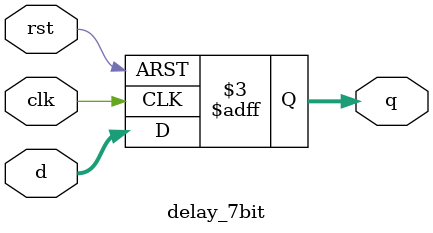
<source format=v>

`timescale 1ns/10ps
module delay_7bit(d,clk,rst,q);
  input [1:7] d;
  input rst, clk;
  output [1:7] q;
  reg [1:7] q;
  always @(posedge clk or negedge rst)
      begin
        if(!rst) 
           begin
             q <= 7'b0;
           end
        else 
           begin
             q <= d;
           end
      end
endmodule
</source>
